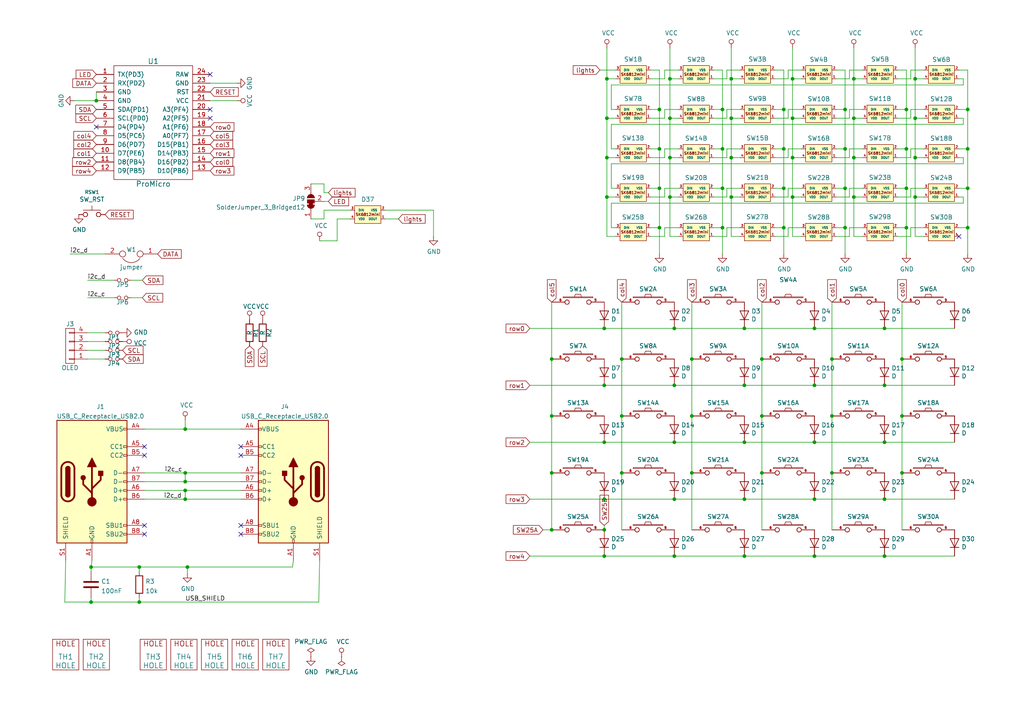
<source format=kicad_sch>
(kicad_sch (version 20211123) (generator eeschema)
  (paper "A4")
  (junction (at 280.67 31.75))
  (junction (at 247.65 57.15))
  (junction (at 236.22 144.78))
  (junction (at 229.87 22.86))
  (junction (at 227.33 43.18))
  (junction (at 280.67 66.04))
  (junction (at 241.3 120.65))
  (junction (at 209.55 43.18))
  (junction (at 280.67 54.61))
  (junction (at 212.09 34.29))
  (junction (at 256.54 95.25))
  (junction (at 256.54 161.29))
  (junction (at 40.386 164.465))
  (junction (at 194.31 34.29))
  (junction (at 191.262 54.61))
  (junction (at 175.26 161.29))
  (junction (at 176.022 45.72))
  (junction (at 261.62 104.14))
  (junction (at 53.721 144.78))
  (junction (at 236.22 128.27))
  (junction (at 40.386 174.625))
  (junction (at 27.94 29.21))
  (junction (at 227.33 54.61))
  (junction (at 175.26 153.67))
  (junction (at 241.3 104.14))
  (junction (at 53.721 124.46))
  (junction (at 175.26 144.78))
  (junction (at 247.65 34.29))
  (junction (at 194.31 22.86))
  (junction (at 265.43 57.15))
  (junction (at 215.9 128.27))
  (junction (at 160.02 153.67))
  (junction (at 227.33 31.75))
  (junction (at 195.58 128.27))
  (junction (at 175.26 128.27))
  (junction (at 191.262 43.18))
  (junction (at 229.87 45.72))
  (junction (at 280.67 43.18))
  (junction (at 200.66 137.16))
  (junction (at 245.11 54.61))
  (junction (at 176.022 34.29))
  (junction (at 175.26 111.76))
  (junction (at 195.58 95.25))
  (junction (at 194.31 45.72))
  (junction (at 209.55 31.75))
  (junction (at 191.262 31.75))
  (junction (at 53.721 142.24))
  (junction (at 265.43 22.86))
  (junction (at 261.62 120.65))
  (junction (at 160.02 137.16))
  (junction (at 194.31 57.15))
  (junction (at 191.262 66.04))
  (junction (at 54.356 164.465))
  (junction (at 53.721 137.16))
  (junction (at 180.34 120.65))
  (junction (at 262.89 54.61))
  (junction (at 215.9 144.78))
  (junction (at 176.022 57.15))
  (junction (at 26.416 174.625))
  (junction (at 256.54 128.27))
  (junction (at 265.43 34.29))
  (junction (at 215.9 111.76))
  (junction (at 220.98 120.65))
  (junction (at 195.58 144.78))
  (junction (at 176.022 22.86))
  (junction (at 265.43 45.72))
  (junction (at 241.3 137.16))
  (junction (at 236.22 95.25))
  (junction (at 236.22 161.29))
  (junction (at 227.33 66.04))
  (junction (at 26.416 164.465))
  (junction (at 245.11 43.18))
  (junction (at 247.65 45.72))
  (junction (at 195.58 111.76))
  (junction (at 53.721 139.7))
  (junction (at 180.34 104.14))
  (junction (at 229.87 57.15))
  (junction (at 229.87 34.29))
  (junction (at 160.02 120.65))
  (junction (at 180.34 137.16))
  (junction (at 212.09 57.15))
  (junction (at 262.89 43.18))
  (junction (at 245.11 31.75))
  (junction (at 262.89 66.04))
  (junction (at 200.66 104.14))
  (junction (at 215.9 95.25))
  (junction (at 200.66 120.65))
  (junction (at 209.55 66.04))
  (junction (at 209.55 54.61))
  (junction (at 245.11 66.04))
  (junction (at 220.98 104.14))
  (junction (at 215.9 161.29))
  (junction (at 220.98 137.16))
  (junction (at 256.54 144.78))
  (junction (at 175.26 95.25))
  (junction (at 212.09 22.86))
  (junction (at 256.54 111.76))
  (junction (at 247.65 22.86))
  (junction (at 212.09 45.72))
  (junction (at 262.89 31.75))
  (junction (at 160.02 104.14))
  (junction (at 261.62 137.16))
  (junction (at 236.22 111.76))
  (junction (at 195.58 161.29))
  (no_connect (at 60.96 21.59))
  (no_connect (at 41.91 154.94))
  (no_connect (at 69.85 154.94))
  (no_connect (at 60.96 31.75))
  (no_connect (at 60.96 34.29))
  (no_connect (at 41.91 152.4))
  (no_connect (at 27.94 36.83))
  (no_connect (at 69.85 132.08))
  (no_connect (at 69.85 129.54))
  (no_connect (at 41.91 129.54))
  (no_connect (at 41.91 132.08))
  (no_connect (at 278.13 68.58))
  (no_connect (at 69.85 152.4))
  (wire (pts (xy 232.41 22.86) (xy 229.87 22.86)))
  (wire (pts (xy 242.57 66.04) (xy 245.11 66.04)))
  (wire (pts (xy 60.96 24.13) (xy 68.58 24.13)))
  (wire (pts (xy 177.292 54.61) (xy 178.562 54.61)))
  (wire (pts (xy 177.292 47.498) (xy 177.292 54.61)))
  (wire (pts (xy 207.01 57.15) (xy 210.82 57.15)))
  (wire (pts (xy 180.34 104.14) (xy 180.34 120.65)))
  (wire (pts (xy 188.722 20.32) (xy 191.262 20.32)))
  (wire (pts (xy 267.97 57.15) (xy 265.43 57.15)))
  (wire (pts (xy 262.89 43.18) (xy 262.89 54.61)))
  (wire (pts (xy 279.4 57.15) (xy 279.4 58.928)))
  (wire (pts (xy 229.87 13.97) (xy 229.87 22.86)))
  (wire (pts (xy 214.63 22.86) (xy 212.09 22.86)))
  (wire (pts (xy 232.41 45.72) (xy 229.87 45.72)))
  (wire (pts (xy 246.38 57.15) (xy 246.38 54.61)))
  (wire (pts (xy 227.33 66.04) (xy 227.33 73.66)))
  (wire (pts (xy 264.16 22.86) (xy 264.16 20.32)))
  (wire (pts (xy 260.35 45.72) (xy 264.16 45.72)))
  (wire (pts (xy 20.32 73.66) (xy 30.48 73.66)))
  (wire (pts (xy 27.94 29.21) (xy 21.59 29.21)))
  (wire (pts (xy 53.721 142.24) (xy 69.85 142.24)))
  (wire (pts (xy 228.6 31.75) (xy 232.41 31.75)))
  (wire (pts (xy 19.05 162.56) (xy 18.796 174.625)))
  (wire (pts (xy 192.786 57.15) (xy 192.786 54.61)))
  (wire (pts (xy 241.3 87.63) (xy 241.3 104.14)))
  (wire (pts (xy 246.38 20.32) (xy 250.19 20.32)))
  (wire (pts (xy 38.1 81.28) (xy 41.275 81.28)))
  (wire (pts (xy 195.58 95.25) (xy 215.9 95.25)))
  (wire (pts (xy 93.98 55.88) (xy 95.25 55.88)))
  (wire (pts (xy 227.33 20.32) (xy 227.33 31.75)))
  (wire (pts (xy 256.54 95.25) (xy 236.22 95.25)))
  (wire (pts (xy 250.19 57.15) (xy 247.65 57.15)))
  (wire (pts (xy 214.63 34.29) (xy 212.09 34.29)))
  (wire (pts (xy 25.4 101.6) (xy 30.48 101.6)))
  (wire (pts (xy 228.6 66.04) (xy 232.41 66.04)))
  (wire (pts (xy 209.55 20.32) (xy 209.55 31.75)))
  (wire (pts (xy 173.99 20.32) (xy 178.562 20.32)))
  (wire (pts (xy 191.262 66.04) (xy 191.262 73.66)))
  (wire (pts (xy 41.91 124.46) (xy 53.721 124.46)))
  (wire (pts (xy 229.87 68.58) (xy 232.41 68.58)))
  (wire (pts (xy 26.416 173.355) (xy 26.416 174.625)))
  (wire (pts (xy 247.65 57.15) (xy 247.65 68.58)))
  (wire (pts (xy 93.98 63.5) (xy 93.98 60.96)))
  (wire (pts (xy 279.4 47.498) (xy 177.292 47.498)))
  (wire (pts (xy 177.292 36.068) (xy 279.4 36.068)))
  (wire (pts (xy 53.721 144.78) (xy 69.85 144.78)))
  (wire (pts (xy 241.3 104.14) (xy 241.3 120.65)))
  (wire (pts (xy 256.54 95.25) (xy 276.86 95.25)))
  (wire (pts (xy 209.55 43.18) (xy 209.55 54.61)))
  (wire (pts (xy 30.48 104.14) (xy 25.4 104.14)))
  (wire (pts (xy 280.67 31.75) (xy 280.67 43.18)))
  (wire (pts (xy 175.26 128.27) (xy 153.67 128.27)))
  (wire (pts (xy 242.57 68.58) (xy 246.38 68.58)))
  (wire (pts (xy 194.31 45.72) (xy 194.31 57.15)))
  (wire (pts (xy 236.22 144.78) (xy 256.54 144.78)))
  (wire (pts (xy 188.722 45.72) (xy 192.786 45.72)))
  (wire (pts (xy 242.57 54.61) (xy 245.11 54.61)))
  (wire (pts (xy 232.41 34.29) (xy 229.87 34.29)))
  (wire (pts (xy 279.4 36.068) (xy 279.4 34.29)))
  (wire (pts (xy 176.022 22.86) (xy 176.022 34.29)))
  (wire (pts (xy 209.55 66.04) (xy 209.55 73.66)))
  (wire (pts (xy 264.16 57.15) (xy 264.16 54.61)))
  (wire (pts (xy 224.79 57.15) (xy 228.6 57.15)))
  (wire (pts (xy 93.98 53.34) (xy 93.98 55.88)))
  (wire (pts (xy 196.85 34.29) (xy 194.31 34.29)))
  (wire (pts (xy 220.98 137.16) (xy 220.98 153.67)))
  (wire (pts (xy 207.01 22.86) (xy 210.82 22.86)))
  (wire (pts (xy 224.79 54.61) (xy 227.33 54.61)))
  (wire (pts (xy 101.6 60.96) (xy 93.98 60.96)))
  (wire (pts (xy 97.79 63.5) (xy 97.79 69.85)))
  (wire (pts (xy 224.79 68.58) (xy 228.6 68.58)))
  (wire (pts (xy 210.82 34.29) (xy 210.82 31.75)))
  (wire (pts (xy 111.76 60.96) (xy 125.73 60.96)))
  (wire (pts (xy 278.13 20.32) (xy 280.67 20.32)))
  (wire (pts (xy 192.786 45.72) (xy 192.786 43.18)))
  (wire (pts (xy 210.82 22.86) (xy 210.82 20.32)))
  (wire (pts (xy 236.22 161.29) (xy 256.54 161.29)))
  (wire (pts (xy 60.96 29.21) (xy 68.58 29.21)))
  (wire (pts (xy 245.11 43.18) (xy 245.11 54.61)))
  (wire (pts (xy 278.13 22.86) (xy 279.4 22.86)))
  (wire (pts (xy 177.292 43.18) (xy 177.292 36.068)))
  (wire (pts (xy 195.58 128.27) (xy 215.9 128.27)))
  (wire (pts (xy 41.91 142.24) (xy 53.721 142.24)))
  (wire (pts (xy 188.722 54.61) (xy 191.262 54.61)))
  (wire (pts (xy 176.022 13.97) (xy 176.022 22.86)))
  (wire (pts (xy 280.67 43.18) (xy 280.67 54.61)))
  (wire (pts (xy 224.79 20.32) (xy 227.33 20.32)))
  (wire (pts (xy 210.82 43.18) (xy 214.63 43.18)))
  (wire (pts (xy 279.4 34.29) (xy 278.13 34.29)))
  (wire (pts (xy 200.66 137.16) (xy 200.66 153.67)))
  (wire (pts (xy 41.91 139.7) (xy 53.721 139.7)))
  (wire (pts (xy 212.09 22.86) (xy 212.09 34.29)))
  (wire (pts (xy 246.38 43.18) (xy 250.19 43.18)))
  (wire (pts (xy 261.62 120.65) (xy 261.62 104.14)))
  (wire (pts (xy 228.6 45.72) (xy 228.6 43.18)))
  (wire (pts (xy 200.66 104.14) (xy 200.66 120.65)))
  (wire (pts (xy 232.41 57.15) (xy 229.87 57.15)))
  (wire (pts (xy 260.35 66.04) (xy 262.89 66.04)))
  (wire (pts (xy 245.11 54.61) (xy 245.11 66.04)))
  (wire (pts (xy 279.4 45.72) (xy 279.4 47.498)))
  (wire (pts (xy 215.9 128.27) (xy 236.22 128.27)))
  (wire (pts (xy 160.02 120.65) (xy 160.02 137.16)))
  (wire (pts (xy 262.89 31.75) (xy 262.89 43.18)))
  (wire (pts (xy 176.022 45.72) (xy 176.022 57.15)))
  (wire (pts (xy 229.87 34.29) (xy 229.87 45.72)))
  (wire (pts (xy 175.26 161.29) (xy 195.58 161.29)))
  (wire (pts (xy 209.55 54.61) (xy 209.55 66.04)))
  (wire (pts (xy 160.02 104.14) (xy 160.02 120.65)))
  (wire (pts (xy 279.4 24.638) (xy 177.292 24.638)))
  (wire (pts (xy 111.76 63.5) (xy 115.57 63.5)))
  (wire (pts (xy 176.022 57.15) (xy 178.562 57.15)))
  (wire (pts (xy 210.82 45.72) (xy 210.82 43.18)))
  (wire (pts (xy 194.31 57.15) (xy 196.85 57.15)))
  (wire (pts (xy 188.722 31.75) (xy 191.262 31.75)))
  (wire (pts (xy 228.6 57.15) (xy 228.6 54.61)))
  (wire (pts (xy 250.19 68.58) (xy 247.65 68.58)))
  (wire (pts (xy 256.54 144.78) (xy 276.86 144.78)))
  (wire (pts (xy 188.722 66.04) (xy 191.262 66.04)))
  (wire (pts (xy 210.82 66.04) (xy 214.63 66.04)))
  (wire (pts (xy 188.722 22.86) (xy 192.786 22.86)))
  (wire (pts (xy 175.26 111.76) (xy 153.67 111.76)))
  (wire (pts (xy 175.26 95.25) (xy 153.67 95.25)))
  (wire (pts (xy 245.11 31.75) (xy 245.11 43.18)))
  (wire (pts (xy 246.38 31.75) (xy 250.19 31.75)))
  (wire (pts (xy 278.13 45.72) (xy 279.4 45.72)))
  (wire (pts (xy 90.17 53.34) (xy 93.98 53.34)))
  (wire (pts (xy 40.386 164.465) (xy 40.386 165.735)))
  (wire (pts (xy 26.67 162.56) (xy 26.416 164.465)))
  (wire (pts (xy 54.356 164.465) (xy 84.836 164.465)))
  (wire (pts (xy 53.721 139.7) (xy 69.85 139.7)))
  (wire (pts (xy 210.82 54.61) (xy 214.63 54.61)))
  (wire (pts (xy 250.19 22.86) (xy 247.65 22.86)))
  (wire (pts (xy 212.09 34.29) (xy 212.09 45.72)))
  (wire (pts (xy 242.57 43.18) (xy 245.11 43.18)))
  (wire (pts (xy 40.386 174.625) (xy 40.386 173.355)))
  (wire (pts (xy 191.262 54.61) (xy 191.262 66.04)))
  (wire (pts (xy 196.85 45.72) (xy 194.31 45.72)))
  (wire (pts (xy 261.62 120.65) (xy 261.62 137.16)))
  (wire (pts (xy 207.01 34.29) (xy 210.82 34.29)))
  (wire (pts (xy 278.13 31.75) (xy 280.67 31.75)))
  (wire (pts (xy 90.17 63.5) (xy 93.98 63.5)))
  (wire (pts (xy 227.33 43.18) (xy 227.33 54.61)))
  (wire (pts (xy 267.97 22.86) (xy 265.43 22.86)))
  (wire (pts (xy 256.54 161.29) (xy 276.86 161.29)))
  (wire (pts (xy 212.09 57.15) (xy 212.09 68.58)))
  (wire (pts (xy 260.35 43.18) (xy 262.89 43.18)))
  (wire (pts (xy 265.43 68.58) (xy 267.97 68.58)))
  (wire (pts (xy 125.73 60.96) (xy 125.73 68.58)))
  (wire (pts (xy 229.87 57.15) (xy 229.87 68.58)))
  (wire (pts (xy 229.87 45.72) (xy 229.87 57.15)))
  (wire (pts (xy 280.67 54.61) (xy 280.67 66.04)))
  (wire (pts (xy 195.58 161.29) (xy 215.9 161.29)))
  (wire (pts (xy 227.33 31.75) (xy 227.33 43.18)))
  (wire (pts (xy 191.262 20.32) (xy 191.262 31.75)))
  (wire (pts (xy 192.786 20.32) (xy 196.85 20.32)))
  (wire (pts (xy 215.9 144.78) (xy 236.22 144.78)))
  (wire (pts (xy 220.98 87.63) (xy 220.98 104.14)))
  (wire (pts (xy 192.786 31.75) (xy 196.85 31.75)))
  (wire (pts (xy 220.98 120.65) (xy 220.98 137.16)))
  (wire (pts (xy 267.97 34.29) (xy 265.43 34.29)))
  (wire (pts (xy 265.43 34.29) (xy 265.43 45.72)))
  (wire (pts (xy 278.13 57.15) (xy 279.4 57.15)))
  (wire (pts (xy 278.13 66.04) (xy 280.67 66.04)))
  (wire (pts (xy 207.01 20.32) (xy 209.55 20.32)))
  (wire (pts (xy 215.9 161.29) (xy 236.22 161.29)))
  (wire (pts (xy 207.01 31.75) (xy 209.55 31.75)))
  (wire (pts (xy 177.292 58.928) (xy 279.4 58.928)))
  (wire (pts (xy 260.35 34.29) (xy 264.16 34.29)))
  (wire (pts (xy 207.01 45.72) (xy 210.82 45.72)))
  (wire (pts (xy 279.4 22.86) (xy 279.4 24.638)))
  (wire (pts (xy 178.562 34.29) (xy 176.022 34.29)))
  (wire (pts (xy 53.721 137.16) (xy 53.721 139.7)))
  (wire (pts (xy 195.58 128.27) (xy 175.26 128.27)))
  (wire (pts (xy 264.16 45.72) (xy 264.16 43.18)))
  (wire (pts (xy 224.79 34.29) (xy 228.6 34.29)))
  (wire (pts (xy 229.87 22.86) (xy 229.87 34.29)))
  (wire (pts (xy 157.48 153.67) (xy 160.02 153.67)))
  (wire (pts (xy 261.62 137.16) (xy 261.62 153.67)))
  (wire (pts (xy 260.35 20.32) (xy 262.89 20.32)))
  (wire (pts (xy 195.58 144.78) (xy 215.9 144.78)))
  (wire (pts (xy 247.65 22.86) (xy 247.65 34.29)))
  (wire (pts (xy 246.38 68.58) (xy 246.38 66.04)))
  (wire (pts (xy 53.721 137.16) (xy 69.85 137.16)))
  (wire (pts (xy 260.35 57.15) (xy 264.16 57.15)))
  (wire (pts (xy 101.6 63.5) (xy 97.79 63.5)))
  (wire (pts (xy 278.13 54.61) (xy 280.67 54.61)))
  (wire (pts (xy 192.786 66.04) (xy 196.85 66.04)))
  (wire (pts (xy 188.722 57.15) (xy 192.786 57.15)))
  (wire (pts (xy 41.91 144.78) (xy 53.721 144.78)))
  (wire (pts (xy 194.31 68.58) (xy 194.31 57.15)))
  (wire (pts (xy 245.11 66.04) (xy 245.11 73.66)))
  (wire (pts (xy 180.34 137.16) (xy 180.34 153.67)))
  (wire (pts (xy 207.01 66.04) (xy 209.55 66.04)))
  (wire (pts (xy 227.33 54.61) (xy 227.33 66.04)))
  (wire (pts (xy 196.85 68.58) (xy 194.31 68.58)))
  (wire (pts (xy 265.43 13.97) (xy 265.43 22.86)))
  (wire (pts (xy 95.25 58.42) (xy 93.98 58.42)))
  (wire (pts (xy 210.82 68.58) (xy 210.82 66.04)))
  (wire (pts (xy 215.9 95.25) (xy 236.22 95.25)))
  (wire (pts (xy 192.786 22.86) (xy 192.786 20.32)))
  (wire (pts (xy 228.6 20.32) (xy 232.41 20.32)))
  (wire (pts (xy 224.79 66.04) (xy 227.33 66.04)))
  (wire (pts (xy 280.67 66.04) (xy 280.67 73.66)))
  (wire (pts (xy 25.4 96.52) (xy 30.48 96.52)))
  (wire (pts (xy 188.722 68.58) (xy 192.786 68.58)))
  (wire (pts (xy 192.786 54.61) (xy 196.85 54.61)))
  (wire (pts (xy 38.1 86.36) (xy 41.275 86.36)))
  (wire (pts (xy 207.01 68.58) (xy 210.82 68.58)))
  (wire (pts (xy 214.63 57.15) (xy 212.09 57.15)))
  (wire (pts (xy 246.38 45.72) (xy 246.38 43.18)))
  (wire (pts (xy 241.3 137.16) (xy 241.3 120.65)))
  (wire (pts (xy 177.292 24.638) (xy 177.292 31.75)))
  (wire (pts (xy 250.19 34.29) (xy 247.65 34.29)))
  (wire (pts (xy 245.11 20.32) (xy 245.11 31.75)))
  (wire (pts (xy 188.722 34.29) (xy 192.786 34.29)))
  (wire (pts (xy 264.16 66.04) (xy 267.97 66.04)))
  (wire (pts (xy 265.43 57.15) (xy 265.43 68.58)))
  (wire (pts (xy 192.786 34.29) (xy 192.786 31.75)))
  (wire (pts (xy 26.416 164.465) (xy 26.416 165.735)))
  (wire (pts (xy 53.721 121.92) (xy 53.721 124.46)))
  (wire (pts (xy 224.79 22.86) (xy 228.6 22.86)))
  (wire (pts (xy 175.26 144.78) (xy 153.67 144.78)))
  (wire (pts (xy 265.43 22.86) (xy 265.43 34.29)))
  (wire (pts (xy 178.562 45.72) (xy 176.022 45.72)))
  (wire (pts (xy 261.62 104.14) (xy 261.62 87.63)))
  (wire (pts (xy 260.35 68.58) (xy 264.16 68.58)))
  (wire (pts (xy 177.292 58.928) (xy 177.292 66.04)))
  (wire (pts (xy 176.022 34.29) (xy 176.022 45.72)))
  (wire (pts (xy 195.58 95.25) (xy 175.26 95.25)))
  (wire (pts (xy 246.38 34.29) (xy 246.38 31.75)))
  (wire (pts (xy 212.09 68.58) (xy 214.63 68.58)))
  (wire (pts (xy 220.98 104.14) (xy 220.98 120.65)))
  (wire (pts (xy 194.31 34.29) (xy 194.31 45.72)))
  (wire (pts (xy 209.55 31.75) (xy 209.55 43.18)))
  (wire (pts (xy 264.16 43.18) (xy 267.97 43.18)))
  (wire (pts (xy 247.65 45.72) (xy 247.65 57.15)))
  (wire (pts (xy 40.386 164.465) (xy 54.356 164.465)))
  (wire (pts (xy 53.721 142.24) (xy 53.721 144.78)))
  (wire (pts (xy 224.79 31.75) (xy 227.33 31.75)))
  (wire (pts (xy 246.38 54.61) (xy 250.19 54.61)))
  (wire (pts (xy 180.34 87.63) (xy 180.34 104.14)))
  (wire (pts (xy 228.6 43.18) (xy 232.41 43.18)))
  (wire (pts (xy 256.54 111.76) (xy 276.86 111.76)))
  (wire (pts (xy 25.4 81.28) (xy 33.02 81.28)))
  (wire (pts (xy 40.386 174.625) (xy 92.456 174.625)))
  (wire (pts (xy 25.4 99.06) (xy 30.48 99.06)))
  (wire (pts (xy 26.416 164.465) (xy 40.386 164.465)))
  (wire (pts (xy 178.562 68.58) (xy 176.022 68.58)))
  (wire (pts (xy 210.82 20.32) (xy 214.63 20.32)))
  (wire (pts (xy 192.786 68.58) (xy 192.786 66.04)))
  (wire (pts (xy 246.38 22.86) (xy 246.38 20.32)))
  (wire (pts (xy 256.54 128.27) (xy 276.86 128.27)))
  (wire (pts (xy 247.65 13.97) (xy 247.65 22.86)))
  (wire (pts (xy 228.6 34.29) (xy 228.6 31.75)))
  (wire (pts (xy 260.35 22.86) (xy 264.16 22.86)))
  (wire (pts (xy 242.57 57.15) (xy 246.38 57.15)))
  (wire (pts (xy 264.16 68.58) (xy 264.16 66.04)))
  (wire (pts (xy 53.721 124.46) (xy 69.85 124.46)))
  (wire (pts (xy 236.22 128.27) (xy 256.54 128.27)))
  (wire (pts (xy 178.562 43.18) (xy 177.292 43.18)))
  (wire (pts (xy 92.71 69.85) (xy 97.79 69.85)))
  (wire (pts (xy 92.71 162.56) (xy 92.456 174.625)))
  (wire (pts (xy 242.57 45.72) (xy 246.38 45.72)))
  (wire (pts (xy 264.16 31.75) (xy 267.97 31.75)))
  (wire (pts (xy 210.82 31.75) (xy 214.63 31.75)))
  (wire (pts (xy 54.356 164.465) (xy 54.356 166.37)))
  (wire (pts (xy 264.16 54.61) (xy 267.97 54.61)))
  (wire (pts (xy 262.89 66.04) (xy 262.89 73.66)))
  (wire (pts (xy 228.6 68.58) (xy 228.6 66.04)))
  (wire (pts (xy 242.57 34.29) (xy 246.38 34.29)))
  (wire (pts (xy 207.01 54.61) (xy 209.55 54.61)))
  (wire (pts (xy 188.722 43.18) (xy 191.262 43.18)))
  (wire (pts (xy 160.02 87.63) (xy 160.02 104.14)))
  (wire (pts (xy 278.13 43.18) (xy 280.67 43.18)))
  (wire (pts (xy 27.94 26.67) (xy 27.94 29.21)))
  (wire (pts (xy 212.09 45.72) (xy 212.09 57.15)))
  (wire (pts (xy 280.67 20.32) (xy 280.67 31.75)))
  (wire (pts (xy 191.262 31.75) (xy 191.262 43.18)))
  (wire (pts (xy 228.6 22.86) (xy 228.6 20.32)))
  (wire (pts (xy 264.16 34.29) (xy 264.16 31.75)))
  (wire (pts (xy 214.63 45.72) (xy 212.09 45.72)))
  (wire (pts (xy 250.19 45.72) (xy 247.65 45.72)))
  (wire (pts (xy 180.34 120.65) (xy 180.34 137.16)))
  (wire (pts (xy 265.43 45.72) (xy 265.43 57.15)))
  (wire (pts (xy 18.796 174.625) (xy 26.416 174.625)))
  (wire (pts (xy 192.786 43.18) (xy 196.85 43.18)))
  (wire (pts (xy 177.292 31.75) (xy 178.562 31.75)))
  (wire (pts (xy 236.22 111.76) (xy 256.54 111.76)))
  (wire (pts (xy 207.01 43.18) (xy 209.55 43.18)))
  (wire (pts (xy 160.02 137.16) (xy 160.02 153.67)))
  (wire (pts (xy 246.38 66.04) (xy 250.19 66.04)))
  (wire (pts (xy 264.16 20.32) (xy 267.97 20.32)))
  (wire (pts (xy 224.79 43.18) (xy 227.33 43.18)))
  (wire (pts (xy 241.3 137.16) (xy 241.3 153.67)))
  (wire (pts (xy 200.66 120.65) (xy 200.66 137.16)))
  (wire (pts (xy 153.67 161.29) (xy 175.26 161.29)))
  (wire (pts (xy 262.89 54.61) (xy 262.89 66.04)))
  (wire (pts (xy 41.91 137.16) (xy 53.721 137.16)))
  (wire (pts (xy 242.57 22.86) (xy 246.38 22.86)))
  (wire (pts (xy 178.562 22.86) (xy 176.022 22.86)))
  (wire (pts (xy 195.58 111.76) (xy 215.9 111.76)))
  (wire (pts (xy 260.35 54.61) (xy 262.89 54.61)))
  (wire (pts (xy 228.6 54.61) (xy 232.41 54.61)))
  (wire (pts (xy 260.35 31.75) (xy 262.89 31.75)))
  (wire (pts (xy 175.26 152.4) (xy 175.26 153.67)))
  (wire (pts (xy 191.262 43.18) (xy 191.262 54.61)))
  (wire (pts (xy 200.66 87.63) (xy 200.66 104.14)))
  (wire (pts (xy 247.65 34.29) (xy 247.65 45.72)))
  (wire (pts (xy 262.89 20.32) (xy 262.89 31.75)))
  (wire (pts (xy 177.292 66.04) (xy 178.562 66.04)))
  (wire (pts (xy 212.09 13.97) (xy 212.09 22.86)))
  (wire (pts (xy 26.416 174.625) (xy 40.386 174.625)))
  (wire (pts (xy 224.79 45.72) (xy 228.6 45.72)))
  (wire (pts (xy 242.57 20.32) (xy 245.11 20.32)))
  (wire (pts (xy 242.57 31.75) (xy 245.11 31.75)))
  (wire (pts (xy 194.31 22.86) (xy 194.31 34.29)))
  (wire (pts (xy 267.97 45.72) (xy 265.43 45.72)))
  (wire (pts (xy 196.85 22.86) (xy 194.31 22.86)))
  (wire (pts (xy 215.9 111.76) (xy 236.22 111.76)))
  (wire (pts (xy 210.82 57.15) (xy 210.82 54.61)))
  (wire (pts (xy 195.58 111.76) (xy 175.26 111.76)))
  (wire (pts (xy 176.022 68.58) (xy 176.022 57.15)))
  (wire (pts (xy 25.4 86.36) (xy 33.02 86.36)))
  (wire (pts (xy 195.58 144.78) (xy 175.26 144.78)))
  (wire (pts (xy 85.09 162.56) (xy 84.836 164.465)))
  (wire (pts (xy 194.31 13.97) (xy 194.31 22.86)))
  (label "i2c_d" (at 25.4 81.28 0))
  (label "i2c_c" (at 25.4 86.36 0))
  (label "i2c_d" (at 20.32 73.66 0))
  (label "i2c_d" (at 47.498 144.78 0))
  (label "USB_SHIELD" (at 53.721 174.625 0))
  (label "i2c_c" (at 47.752 137.16 0))
  (global_label "col4" (shape input) (at 180.34 87.63 90) (property "Intersheet References" "${INTERSHEET_REFS}" (effects hide)))
  (global_label "row2" (shape input) (at 27.94 46.99 180) (property "Intersheet References" "${INTERSHEET_REFS}" (effects hide)))
  (global_label "col5" (shape input) (at 160.02 87.63 90) (property "Intersheet References" "${INTERSHEET_REFS}" (effects hide)))
  (global_label "col4" (shape input) (at 27.94 39.37 180) (property "Intersheet References" "${INTERSHEET_REFS}" (effects hide)))
  (global_label "SW25B" (shape input) (at 175.26 152.4 90) (property "Intersheet References" "${INTERSHEET_REFS}" (effects hide)))
  (global_label "col2" (shape input) (at 220.98 87.63 90) (property "Intersheet References" "${INTERSHEET_REFS}" (effects hide)))
  (global_label "row4" (shape input) (at 153.67 161.29 180) (property "Intersheet References" "${INTERSHEET_REFS}" (effects hide)))
  (global_label "col1" (shape input) (at 27.94 44.45 180) (property "Intersheet References" "${INTERSHEET_REFS}" (effects hide)))
  (global_label "col3" (shape input) (at 200.66 87.63 90) (property "Intersheet References" "${INTERSHEET_REFS}" (effects hide)))
  (global_label "SDA" (shape input) (at 72.39 100.33 270) (property "Intersheet References" "${INTERSHEET_REFS}" (effects hide)))
  (global_label "RESET" (shape input) (at 30.48 62.23 0) (property "Intersheet References" "${INTERSHEET_REFS}" (effects hide)))
  (global_label "row0" (shape input) (at 60.96 36.83 0) (property "Intersheet References" "${INTERSHEET_REFS}" (effects hide)))
  (global_label "row0" (shape input) (at 153.67 95.25 180) (property "Intersheet References" "${INTERSHEET_REFS}" (effects hide)))
  (global_label "lights" (shape input) (at 115.57 63.5 0) (property "Intersheet References" "${INTERSHEET_REFS}" (effects hide)))
  (global_label "SCL" (shape input) (at 35.56 101.6 0) (property "Intersheet References" "${INTERSHEET_REFS}" (effects hide)))
  (global_label "SCL" (shape input) (at 27.94 34.29 180) (property "Intersheet References" "${INTERSHEET_REFS}" (effects hide)))
  (global_label "col0" (shape input) (at 261.62 87.63 90) (property "Intersheet References" "${INTERSHEET_REFS}" (effects hide)))
  (global_label "lights" (shape input) (at 173.99 20.32 180) (property "Intersheet References" "${INTERSHEET_REFS}" (effects hide)))
  (global_label "row4" (shape input) (at 27.94 49.53 180) (property "Intersheet References" "${INTERSHEET_REFS}" (effects hide)))
  (global_label "SCL" (shape input) (at 76.2 100.33 270) (property "Intersheet References" "${INTERSHEET_REFS}" (effects hide)))
  (global_label "row3" (shape input) (at 60.96 49.53 0) (property "Intersheet References" "${INTERSHEET_REFS}" (effects hide)))
  (global_label "DATA" (shape input) (at 27.94 24.13 180) (property "Intersheet References" "${INTERSHEET_REFS}" (effects hide)))
  (global_label "row2" (shape input) (at 153.67 128.27 180) (property "Intersheet References" "${INTERSHEET_REFS}" (effects hide)))
  (global_label "lights" (shape input) (at 95.25 55.88 0) (property "Intersheet References" "${INTERSHEET_REFS}" (effects hide)))
  (global_label "row3" (shape input) (at 153.67 144.78 180) (property "Intersheet References" "${INTERSHEET_REFS}" (effects hide)))
  (global_label "col3" (shape input) (at 60.96 41.91 0) (property "Intersheet References" "${INTERSHEET_REFS}" (effects hide)))
  (global_label "col0" (shape input) (at 60.96 46.99 0) (property "Intersheet References" "${INTERSHEET_REFS}" (effects hide)))
  (global_label "row1" (shape input) (at 153.67 111.76 180) (property "Intersheet References" "${INTERSHEET_REFS}" (effects hide)))
  (global_label "col2" (shape input) (at 27.94 41.91 180) (property "Intersheet References" "${INTERSHEET_REFS}" (effects hide)))
  (global_label "DATA" (shape input) (at 45.72 73.66 0) (property "Intersheet References" "${INTERSHEET_REFS}" (effects hide)))
  (global_label "SCL" (shape input) (at 41.275 86.36 0) (property "Intersheet References" "${INTERSHEET_REFS}" (effects hide)))
  (global_label "RESET" (shape input) (at 60.96 26.67 0) (property "Intersheet References" "${INTERSHEET_REFS}" (effects hide)))
  (global_label "SDA" (shape input) (at 35.56 104.14 0) (property "Intersheet References" "${INTERSHEET_REFS}" (effects hide)))
  (global_label "row1" (shape input) (at 60.96 44.45 0) (property "Intersheet References" "${INTERSHEET_REFS}" (effects hide)))
  (global_label "LED" (shape input) (at 95.25 58.42 0) (property "Intersheet References" "${INTERSHEET_REFS}" (effects hide)))
  (global_label "col5" (shape input) (at 60.96 39.37 0) (property "Intersheet References" "${INTERSHEET_REFS}" (effects hide)))
  (global_label "LED" (shape input) (at 27.94 21.59 180) (property "Intersheet References" "${INTERSHEET_REFS}" (effects hide)))
  (global_label "SW25A" (shape input) (at 157.48 153.67 180) (property "Intersheet References" "${INTERSHEET_REFS}" (effects hide)))
  (global_label "SDA" (shape input) (at 41.275 81.28 0) (property "Intersheet References" "${INTERSHEET_REFS}" (effects hide)))
  (global_label "col1" (shape input) (at 241.3 87.63 90) (property "Intersheet References" "${INTERSHEET_REFS}" (effects hide)))
  (global_label "SDA" (shape input) (at 27.94 31.75 180) (property "Intersheet References" "${INTERSHEET_REFS}" (effects hide)))
  (symbol (lib_id "SofleKeyboard-rescue:ProMicro_2-Lily58-cache-Lily58_Pro-rescue") (at 44.45 35.56 0) (unit 1)
    (property "Reference" "U1" (at 44.45 17.78 0) (effects (font (size 1.524 1.524))))
    (property "Value" "ProMicro" (at 44.45 53.34 0) (effects (font (size 1.524 1.524))))
    (property "Footprint" "SofleKeyboard-footprint:ProMicro" (effects hide))
  )
  (symbol (lib_id "SofleKeyboard:SW_PUSH-MX_W_LED") (at 187.96 153.67 0) (unit 1)
    (property "Reference" "SW26" (at 187.96 149.86 0))
    (property "Value" "SW_PUSH-MX_W_LED" (effects hide))
    (property "Footprint" "SofleRGB:SK6812MINI-E_and_cherry" (effects hide))
  )
  (symbol (lib_id "SofleKeyboard:SW_PUSH-MX_W_LED") (at 167.64 87.63 0) (unit 1)
    (property "Reference" "SW1" (at 167.64 83.82 0))
    (property "Value" "SW_PUSH-MX_W_LED" (effects hide))
    (property "Footprint" "SofleRGB:SK6812MINI-E_and_cherry" (effects hide))
  )
  (symbol (lib_id "SofleKeyboard-rescue:D-Lily58-cache-Lily58_Pro-rescue") (at 175.26 91.44 90) (unit 1)
    (property "Reference" "D1" (at 177.2666 90.2716 90) (effects (justify right)))
    (property "Value" "D" (at 177.2666 92.583 90) (effects (justify right)))
    (property "Footprint" "Diode_SMD:crkbd-diode" (effects hide))
  )
  (symbol (lib_id "SofleKeyboard:SW_PUSH-MX_W_LED") (at 187.96 87.63 0) (unit 1)
    (property "Reference" "SW2" (at 187.96 83.82 0))
    (property "Value" "SW_PUSH-MX_W_LED" (effects hide))
    (property "Footprint" "SofleRGB:SK6812MINI-E_and_cherry" (effects hide))
  )
  (symbol (lib_id "SofleKeyboard-rescue:D-Lily58-cache-Lily58_Pro-rescue") (at 195.58 91.44 90) (unit 1)
    (property "Reference" "D2" (at 197.5866 90.2716 90) (effects (justify right)))
    (property "Value" "D" (at 197.5866 92.583 90) (effects (justify right)))
    (property "Footprint" "Diode_SMD:crkbd-diode" (effects hide))
  )
  (symbol (lib_id "SofleKeyboard:SW_PUSH-MX_W_LED") (at 208.28 87.63 0) (unit 1)
    (property "Reference" "SW3" (at 208.28 83.82 0))
    (property "Value" "SW_PUSH-MX_W_LED" (effects hide))
    (property "Footprint" "SofleRGB:SK6812MINI-E_and_cherry" (effects hide))
  )
  (symbol (lib_id "SofleKeyboard-rescue:D-Lily58-cache-Lily58_Pro-rescue") (at 215.9 91.44 90) (unit 1)
    (property "Reference" "D3" (at 217.9066 90.2716 90) (effects (justify right)))
    (property "Value" "D" (at 217.9066 92.583 90) (effects (justify right)))
    (property "Footprint" "Diode_SMD:crkbd-diode" (effects hide))
  )
  (symbol (lib_id "SofleKeyboard:SW_PUSH-MX_W_LED") (at 228.6 87.63 0) (unit 1)
    (property "Reference" "SW4" (at 228.6 81.153 0))
    (property "Value" "SW_PUSH-MX_W_LED" (effects hide))
    (property "Footprint" "SofleRGB:SK6812MINI-E_and_cherry" (effects hide))
  )
  (symbol (lib_id "SofleKeyboard-rescue:D-Lily58-cache-Lily58_Pro-rescue") (at 236.22 91.44 90) (unit 1)
    (property "Reference" "D4" (at 238.2266 90.2716 90) (effects (justify right)))
    (property "Value" "D" (at 238.2266 92.583 90) (effects (justify right)))
    (property "Footprint" "Diode_SMD:crkbd-diode" (effects hide))
  )
  (symbol (lib_id "SofleKeyboard:SW_PUSH-MX_W_LED") (at 248.92 87.63 0) (unit 1)
    (property "Reference" "SW5" (at 248.92 83.82 0))
    (property "Value" "SW_PUSH-MX_W_LED" (effects hide))
    (property "Footprint" "SofleRGB:SK6812MINI-E_and_cherry" (effects hide))
  )
  (symbol (lib_id "SofleKeyboard-rescue:D-Lily58-cache-Lily58_Pro-rescue") (at 256.54 91.44 90) (unit 1)
    (property "Reference" "D5" (at 258.5466 90.2716 90) (effects (justify right)))
    (property "Value" "D" (at 258.5466 92.583 90) (effects (justify right)))
    (property "Footprint" "Diode_SMD:crkbd-diode" (effects hide))
  )
  (symbol (lib_id "SofleKeyboard:SW_PUSH-MX_W_LED") (at 269.24 87.63 0) (unit 1)
    (property "Reference" "SW6" (at 269.24 83.82 0))
    (property "Value" "SW_PUSH-MX_W_LED" (effects hide))
    (property "Footprint" "SofleRGB:SK6812MINI-E_and_cherry" (effects hide))
  )
  (symbol (lib_id "SofleKeyboard-rescue:D-Lily58-cache-Lily58_Pro-rescue") (at 276.86 91.44 90) (unit 1)
    (property "Reference" "D6" (at 278.8666 90.2716 90) (effects (justify right)))
    (property "Value" "D" (at 278.8666 92.583 90) (effects (justify right)))
    (property "Footprint" "Diode_SMD:crkbd-diode" (effects hide))
  )
  (symbol (lib_id "SofleKeyboard:SW_PUSH-MX_W_LED") (at 187.96 104.14 0) (unit 1)
    (property "Reference" "SW8" (at 187.96 100.33 0))
    (property "Value" "SW_PUSH-MX_W_LED" (effects hide))
    (property "Footprint" "SofleRGB:SK6812MINI-E_and_cherry" (effects hide))
  )
  (symbol (lib_id "SofleKeyboard:SW_PUSH-MX_W_LED") (at 208.28 104.14 0) (unit 1)
    (property "Reference" "SW9" (at 208.28 100.33 0))
    (property "Value" "SW_PUSH-MX_W_LED" (effects hide))
    (property "Footprint" "SofleRGB:SK6812MINI-E_and_cherry" (effects hide))
  )
  (symbol (lib_id "SofleKeyboard:SW_PUSH-MX_W_LED") (at 228.6 104.14 0) (unit 1)
    (property "Reference" "SW10" (at 228.6 100.33 0))
    (property "Value" "SW_PUSH-MX_W_LED" (effects hide))
    (property "Footprint" "SofleRGB:SK6812MINI-E_and_cherry" (effects hide))
  )
  (symbol (lib_id "SofleKeyboard:SW_PUSH-MX_W_LED") (at 248.92 104.14 0) (unit 1)
    (property "Reference" "SW11" (at 248.92 100.33 0))
    (property "Value" "SW_PUSH-MX_W_LED" (effects hide))
    (property "Footprint" "SofleRGB:SK6812MINI-E_and_cherry" (effects hide))
  )
  (symbol (lib_id "SofleKeyboard:SW_PUSH-MX_W_LED") (at 269.24 104.14 0) (unit 1)
    (property "Reference" "SW12" (at 269.24 100.33 0))
    (property "Value" "SW_PUSH-MX_W_LED" (effects hide))
    (property "Footprint" "SofleRGB:SK6812MINI-E_and_cherry" (effects hide))
  )
  (symbol (lib_id "SofleKeyboard:SW_PUSH-MX_W_LED") (at 167.64 104.14 0) (unit 1)
    (property "Reference" "SW7" (at 167.64 100.33 0))
    (property "Value" "SW_PUSH-MX_W_LED" (effects hide))
    (property "Footprint" "SofleRGB:SK6812MINI-E_and_cherry" (effects hide))
  )
  (symbol (lib_id "SofleKeyboard-rescue:D-Lily58-cache-Lily58_Pro-rescue") (at 175.26 107.95 90) (unit 1)
    (property "Reference" "D7" (at 177.2666 106.7816 90) (effects (justify right)))
    (property "Value" "D" (at 177.2666 109.093 90) (effects (justify right)))
    (property "Footprint" "Diode_SMD:crkbd-diode" (effects hide))
  )
  (symbol (lib_id "SofleKeyboard-rescue:D-Lily58-cache-Lily58_Pro-rescue") (at 195.58 107.95 90) (unit 1)
    (property "Reference" "D8" (at 197.5866 106.7816 90) (effects (justify right)))
    (property "Value" "D" (at 197.5866 109.093 90) (effects (justify right)))
    (property "Footprint" "Diode_SMD:crkbd-diode" (effects hide))
  )
  (symbol (lib_id "SofleKeyboard-rescue:D-Lily58-cache-Lily58_Pro-rescue") (at 215.9 107.95 90) (unit 1)
    (property "Reference" "D9" (at 217.9066 106.7816 90) (effects (justify right)))
    (property "Value" "D" (at 217.9066 109.093 90) (effects (justify right)))
    (property "Footprint" "Diode_SMD:crkbd-diode" (effects hide))
  )
  (symbol (lib_id "SofleKeyboard-rescue:D-Lily58-cache-Lily58_Pro-rescue") (at 236.22 107.95 90) (unit 1)
    (property "Reference" "D10" (at 238.2266 106.7816 90) (effects (justify right)))
    (property "Value" "D" (at 238.2266 109.093 90) (effects (justify right)))
    (property "Footprint" "Diode_SMD:crkbd-diode" (effects hide))
  )
  (symbol (lib_id "SofleKeyboard-rescue:D-Lily58-cache-Lily58_Pro-rescue") (at 256.54 107.95 90) (unit 1)
    (property "Reference" "D11" (at 258.5466 106.7816 90) (effects (justify right)))
    (property "Value" "D" (at 258.5466 109.093 90) (effects (justify right)))
    (property "Footprint" "Diode_SMD:crkbd-diode" (effects hide))
  )
  (symbol (lib_id "SofleKeyboard-rescue:D-Lily58-cache-Lily58_Pro-rescue") (at 276.86 107.95 90) (unit 1)
    (property "Reference" "D12" (at 278.8666 106.7816 90) (effects (justify right)))
    (property "Value" "D" (at 278.8666 109.093 90) (effects (justify right)))
    (property "Footprint" "Diode_SMD:crkbd-diode" (effects hide))
  )
  (symbol (lib_id "SofleKeyboard:SW_PUSH-MX_W_LED") (at 167.64 120.65 0) (unit 1)
    (property "Reference" "SW13" (at 167.64 116.84 0))
    (property "Value" "SW_PUSH-MX_W_LED" (effects hide))
    (property "Footprint" "SofleRGB:SK6812MINI-E_and_cherry" (effects hide))
  )
  (symbol (lib_id "SofleKeyboard:SW_PUSH-MX_W_LED") (at 187.96 120.65 0) (unit 1)
    (property "Reference" "SW14" (at 187.96 116.84 0))
    (property "Value" "SW_PUSH-MX_W_LED" (effects hide))
    (property "Footprint" "SofleRGB:SK6812MINI-E_and_cherry" (effects hide))
  )
  (symbol (lib_id "SofleKeyboard:SW_PUSH-MX_W_LED") (at 208.28 120.65 0) (unit 1)
    (property "Reference" "SW15" (at 208.28 116.84 0))
    (property "Value" "SW_PUSH-MX_W_LED" (effects hide))
    (property "Footprint" "SofleRGB:SK6812MINI-E_and_cherry" (effects hide))
  )
  (symbol (lib_id "SofleKeyboard:SW_PUSH-MX_W_LED") (at 228.6 120.65 0) (unit 1)
    (property "Reference" "SW16" (at 228.6 116.84 0))
    (property "Value" "SW_PUSH-MX_W_LED" (effects hide))
    (property "Footprint" "SofleRGB:SK6812MINI-E_and_cherry" (effects hide))
  )
  (symbol (lib_id "SofleKeyboard:SW_PUSH-MX_W_LED") (at 248.92 120.65 0) (unit 1)
    (property "Reference" "SW17" (at 248.92 116.84 0))
    (property "Value" "SW_PUSH-MX_W_LED" (effects hide))
    (property "Footprint" "SofleRGB:SK6812MINI-E_and_cherry" (effects hide))
  )
  (symbol (lib_id "SofleKeyboard:SW_PUSH-MX_W_LED") (at 269.24 120.65 0) (unit 1)
    (property "Reference" "SW18" (at 269.24 116.84 0))
    (property "Value" "SW_PUSH-MX_W_LED" (effects hide))
    (property "Footprint" "SofleRGB:SK6812MINI-E_and_cherry" (effects hide))
  )
  (symbol (lib_id "SofleKeyboard-rescue:D-Lily58-cache-Lily58_Pro-rescue") (at 175.26 124.46 90) (unit 1)
    (property "Reference" "D13" (at 177.2666 123.2916 90) (effects (justify right)))
    (property "Value" "D" (at 177.2666 125.603 90) (effects (justify right)))
    (property "Footprint" "Diode_SMD:crkbd-diode" (effects hide))
  )
  (symbol (lib_id "SofleKeyboard-rescue:D-Lily58-cache-Lily58_Pro-rescue") (at 195.58 124.46 90) (unit 1)
    (property "Reference" "D14" (at 197.5866 123.2916 90) (effects (justify right)))
    (property "Value" "D" (at 197.5866 125.603 90) (effects (justify right)))
    (property "Footprint" "Diode_SMD:crkbd-diode" (effects hide))
  )
  (symbol (lib_id "SofleKeyboard-rescue:D-Lily58-cache-Lily58_Pro-rescue") (at 215.9 124.46 90) (unit 1)
    (property "Reference" "D15" (at 217.9066 123.2916 90) (effects (justify right)))
    (property "Value" "D" (at 217.9066 125.603 90) (effects (justify right)))
    (property "Footprint" "Diode_SMD:crkbd-diode" (effects hide))
  )
  (symbol (lib_id "SofleKeyboard-rescue:D-Lily58-cache-Lily58_Pro-rescue") (at 236.22 124.46 90) (unit 1)
    (property "Reference" "D16" (at 238.2266 123.2916 90) (effects (justify right)))
    (property "Value" "D" (at 238.2266 125.603 90) (effects (justify right)))
    (property "Footprint" "Diode_SMD:crkbd-diode" (effects hide))
  )
  (symbol (lib_id "SofleKeyboard-rescue:D-Lily58-cache-Lily58_Pro-rescue") (at 256.54 124.46 90) (unit 1)
    (property "Reference" "D17" (at 258.5466 123.2916 90) (effects (justify right)))
    (property "Value" "D" (at 258.5466 125.603 90) (effects (justify right)))
    (property "Footprint" "Diode_SMD:crkbd-diode" (effects hide))
  )
  (symbol (lib_id "SofleKeyboard-rescue:D-Lily58-cache-Lily58_Pro-rescue") (at 276.86 124.46 90) (unit 1)
    (property "Reference" "D18" (at 278.8666 123.2916 90) (effects (justify right)))
    (property "Value" "D" (at 278.8666 125.603 90) (effects (justify right)))
    (property "Footprint" "Diode_SMD:crkbd-diode" (effects hide))
  )
  (symbol (lib_id "SofleKeyboard:SW_PUSH-MX_W_LED") (at 208.28 137.16 0) (unit 1)
    (property "Reference" "SW21" (at 208.28 133.35 0))
    (property "Value" "SW_PUSH-MX_W_LED" (effects hide))
    (property "Footprint" "SofleRGB:SK6812MINI-E_and_cherry" (effects hide))
  )
  (symbol (lib_id "SofleKeyboard:SW_PUSH-MX_W_LED") (at 228.6 137.16 0) (unit 1)
    (property "Reference" "SW22" (at 228.6 133.35 0))
    (property "Value" "SW_PUSH-MX_W_LED" (effects hide))
    (property "Footprint" "SofleRGB:SK6812MINI-E_and_cherry" (effects hide))
  )
  (symbol (lib_id "SofleKeyboard:SW_PUSH-MX_W_LED") (at 248.92 137.16 0) (unit 1)
    (property "Reference" "SW23" (at 248.92 133.35 0))
    (property "Value" "SW_PUSH-MX_W_LED" (effects hide))
    (property "Footprint" "SofleRGB:SK6812MINI-E_and_cherry" (effects hide))
  )
  (symbol (lib_id "SofleKeyboard:SW_PUSH-MX_W_LED") (at 269.24 137.16 0) (unit 1)
    (property "Reference" "SW24" (at 269.24 133.35 0))
    (property "Value" "SW_PUSH-MX_W_LED" (effects hide))
    (property "Footprint" "SofleRGB:SK6812MINI-E_and_cherry" (effects hide))
  )
  (symbol (lib_id "SofleKeyboard:SW_PUSH-MX_W_LED") (at 187.96 137.16 0) (unit 1)
    (property "Reference" "SW20" (at 187.96 133.35 0))
    (property "Value" "SW_PUSH-MX_W_LED" (effects hide))
    (property "Footprint" "SofleRGB:SK6812MINI-E_and_cherry" (effects hide))
  )
  (symbol (lib_id "SofleKeyboard:SW_PUSH-MX_W_LED") (at 167.64 137.16 0) (unit 1)
    (property "Reference" "SW19" (at 167.64 133.35 0))
    (property "Value" "SW_PUSH-MX_W_LED" (effects hide))
    (property "Footprint" "SofleRGB:SK6812MINI-E_and_cherry" (effects hide))
  )
  (symbol (lib_id "SofleKeyboard-rescue:D-Lily58-cache-Lily58_Pro-rescue") (at 175.26 140.97 90) (unit 1)
    (property "Reference" "D19" (at 177.2666 139.8016 90) (effects (justify right)))
    (property "Value" "D" (at 177.2666 142.113 90) (effects (justify right)))
    (property "Footprint" "Diode_SMD:crkbd-diode" (effects hide))
  )
  (symbol (lib_id "SofleKeyboard-rescue:D-Lily58-cache-Lily58_Pro-rescue") (at 195.58 140.97 90) (unit 1)
    (property "Reference" "D20" (at 197.5866 139.8016 90) (effects (justify right)))
    (property "Value" "D" (at 197.5866 142.113 90) (effects (justify right)))
    (property "Footprint" "Diode_SMD:crkbd-diode" (effects hide))
  )
  (symbol (lib_id "SofleKeyboard-rescue:D-Lily58-cache-Lily58_Pro-rescue") (at 215.9 140.97 90) (unit 1)
    (property "Reference" "D21" (at 217.9066 139.8016 90) (effects (justify right)))
    (property "Value" "D" (at 217.9066 142.113 90) (effects (justify right)))
    (property "Footprint" "Diode_SMD:crkbd-diode" (effects hide))
  )
  (symbol (lib_id "SofleKeyboard-rescue:D-Lily58-cache-Lily58_Pro-rescue") (at 236.22 140.97 90) (unit 1)
    (property "Reference" "D22" (at 238.2266 139.8016 90) (effects (justify right)))
    (property "Value" "D" (at 238.2266 142.113 90) (effects (justify right)))
    (property "Footprint" "Diode_SMD:crkbd-diode" (effects hide))
  )
  (symbol (lib_id "SofleKeyboard-rescue:D-Lily58-cache-Lily58_Pro-rescue") (at 256.54 140.97 90) (unit 1)
    (property "Reference" "D23" (at 258.5466 139.8016 90) (effects (justify right)))
    (property "Value" "D" (at 258.5466 142.113 90) (effects (justify right)))
    (property "Footprint" "Diode_SMD:crkbd-diode" (effects hide))
  )
  (symbol (lib_id "SofleKeyboard-rescue:D-Lily58-cache-Lily58_Pro-rescue") (at 276.86 140.97 90) (unit 1)
    (property "Reference" "D24" (at 278.8666 139.8016 90) (effects (justify right)))
    (property "Value" "D" (at 278.8666 142.113 90) (effects (justify right)))
    (property "Footprint" "Diode_SMD:crkbd-diode" (effects hide))
  )
  (symbol (lib_id "SofleKeyboard:SW_PUSH-MX_W_LED") (at 208.28 153.67 0) (unit 1)
    (property "Reference" "SW27" (at 208.28 149.86 0))
    (property "Value" "SW_PUSH-MX_W_LED" (effects hide))
    (property "Footprint" "SofleRGB:SK6812MINI-E_and_cherry" (effects hide))
  )
  (symbol (lib_id "SofleKeyboard:SW_PUSH-MX_W_LED") (at 228.6 153.67 0) (unit 1)
    (property "Reference" "SW28" (at 228.6 149.86 0))
    (property "Value" "SW_PUSH-MX_W_LED" (effects hide))
    (property "Footprint" "SofleRGB:SK6812MINI-E_and_cherry" (effects hide))
  )
  (symbol (lib_id "SofleKeyboard:SW_PUSH-MX_W_LED") (at 248.92 153.67 0) (unit 1)
    (property "Reference" "SW29" (at 248.92 149.86 0))
    (property "Value" "SW_PUSH-MX_W_LED" (effects hide))
    (property "Footprint" "SofleRGB:SK6812MINI-E_and_cherry" (effects hide))
  )
  (symbol (lib_id "SofleKeyboard-rescue:D-Lily58-cache-Lily58_Pro-rescue") (at 175.26 157.48 90) (unit 1)
    (property "Reference" "D25" (at 177.2666 156.3116 90) (effects (justify right)))
    (property "Value" "D" (at 177.2666 158.623 90) (effects (justify right)))
    (property "Footprint" "Diode_SMD:crkbd-diode" (effects hide))
  )
  (symbol (lib_id "SofleKeyboard-rescue:D-Lily58-cache-Lily58_Pro-rescue") (at 195.58 157.48 90) (unit 1)
    (property "Reference" "D26" (at 197.5866 156.3116 90) (effects (justify right)))
    (property "Value" "D" (at 197.5866 158.623 90) (effects (justify right)))
    (property "Footprint" "Diode_SMD:crkbd-diode" (effects hide))
  )
  (symbol (lib_id "SofleKeyboard-rescue:D-Lily58-cache-Lily58_Pro-rescue") (at 215.9 157.48 90) (unit 1)
    (property "Reference" "D27" (at 217.9066 156.3116 90) (effects (justify right)))
    (property "Value" "D" (at 217.9066 158.623 90) (effects (justify right)))
    (property "Footprint" "Diode_SMD:crkbd-diode" (effects hide))
  )
  (symbol (lib_id "SofleKeyboard-rescue:D-Lily58-cache-Lily58_Pro-rescue") (at 236.22 157.48 90) (unit 1)
    (property "Reference" "D28" (at 238.2266 156.3116 90) (effects (justify right)))
    (property "Value" "D" (at 238.2266 158.623 90) (effects (justify right)))
    (property "Footprint" "Diode_SMD:crkbd-diode" (effects hide))
  )
  (symbol (lib_id "SofleKeyboard-rescue:D-Lily58-cache-Lily58_Pro-rescue") (at 256.54 157.48 90) (unit 1)
    (property "Reference" "D29" (at 258.5466 156.3116 90) (effects (justify right)))
    (property "Value" "D" (at 258.5466 158.623 90) (effects (justify right)))
    (property "Footprint" "Diode_SMD:crkbd-diode" (effects hide))
  )
  (symbol (lib_id "SofleKeyboard-rescue:VCC-Lily58-cache-Lily58_Pro-rescue") (at 68.58 29.21 270) (unit 1)
    (property "Reference" "#PWR04" (effects hide))
    (property "Value" "VCC" (at 72.39 29.21 0))
  )
  (symbol (lib_id "SofleKeyboard-rescue:VCC-Lily58-cache-Lily58_Pro-rescue") (at 72.39 92.71 0) (unit 1)
    (property "Reference" "#PWR05" (effects hide))
    (property "Value" "VCC" (at 72.39 88.9 0))
  )
  (symbol (lib_id "SofleKeyboard-rescue:VCC-Lily58-cache-Lily58_Pro-rescue") (at 76.2 92.71 0) (unit 1)
    (property "Reference" "#PWR06" (effects hide))
    (property "Value" "VCC" (at 76.2 88.9 0))
  )
  (symbol (lib_id "SofleKeyboard-rescue:R-Lily58-cache-Lily58_Pro-rescue") (at 72.39 96.52 0) (unit 1)
    (property "Reference" "R1" (at 74.93 96.52 90) (effects (justify bottom)))
    (property "Value" "R" (at 72.39 96.52 90))
    (property "Footprint" "Resistor_SMD:R_0603_1608Metric" (effects hide))
  )
  (symbol (lib_id "SofleKeyboard-rescue:R-Lily58-cache-Lily58_Pro-rescue") (at 76.2 96.52 0) (unit 1)
    (property "Reference" "R2" (at 78.74 96.52 90) (effects (justify bottom)))
    (property "Value" "R" (at 76.2 96.52 90))
    (property "Footprint" "Resistor_SMD:R_0603_1608Metric" (effects hide))
  )
  (symbol (lib_id "SofleKeyboard-rescue:GND-Lily58-cache-Lily58_Pro-rescue") (at 22.86 62.23 0) (unit 1)
    (property "Reference" "#PWR010" (effects hide))
    (property "Value" "GND" (at 22.987 66.6242 0))
  )
  (symbol (lib_id "SofleKeyboard-rescue:PWR_FLAG-Lily58-cache-Lily58_Pro-rescue") (at 90.17 190.5 0) (unit 1)
    (property "Reference" "#FLG01" (effects hide))
    (property "Value" "PWR_FLAG" (at 90.17 186.0804 0))
  )
  (symbol (lib_id "SofleKeyboard-rescue:GND-Lily58-cache-Lily58_Pro-rescue") (at 90.17 190.5 0) (unit 1)
    (property "Reference" "#PWR012" (effects hide))
    (property "Value" "GND" (at 90.297 194.8942 0))
  )
  (symbol (lib_id "SofleKeyboard-rescue:VCC-Lily58-cache-Lily58_Pro-rescue") (at 99.06 190.5 0) (unit 1)
    (property "Reference" "#PWR013" (effects hide))
    (property "Value" "VCC" (at 99.4918 186.1058 0))
  )
  (symbol (lib_id "SofleKeyboard-rescue:PWR_FLAG-Lily58-cache-Lily58_Pro-rescue") (at 99.06 190.5 180) (unit 1)
    (property "Reference" "#FLG02" (effects hide))
    (property "Value" "PWR_FLAG" (at 99.06 194.8942 0))
  )
  (symbol (lib_id "SofleKeyboard-rescue:HOLE-Lily58-cache-Lily58_Pro-rescue") (at 19.05 190.5 0) (unit 1)
    (property "Reference" "TH1" (at 19.05 190.5 0) (effects (font (size 1.524 1.524))))
    (property "Value" "HOLE" (at 19.05 193.04 0) (effects (font (size 1.524 1.524))))
    (property "Footprint" "SofleKeyboard-footprint:M2_HOLE_PCB" (effects hide))
  )
  (symbol (lib_id "SofleKeyboard-rescue:HOLE-Lily58-cache-Lily58_Pro-rescue") (at 27.94 190.5 0) (unit 1)
    (property "Reference" "TH2" (at 27.94 190.5 0) (effects (font (size 1.524 1.524))))
    (property "Value" "HOLE" (at 27.94 193.04 0) (effects (font (size 1.524 1.524))))
    (property "Footprint" "SofleKeyboard-footprint:M2_HOLE_PCB" (effects hide))
  )
  (symbol (lib_id "SofleKeyboard-rescue:HOLE-Lily58-cache-Lily58_Pro-rescue") (at 53.34 190.5 0) (unit 1)
    (property "Reference" "TH4" (at 53.34 190.5 0) (effects (font (size 1.524 1.524))))
    (property "Value" "HOLE" (at 53.34 193.04 0) (effects (font (size 1.524 1.524))))
    (property "Footprint" "SofleKeyboard-footprint:HOLE_M2_TH" (effects hide))
  )
  (symbol (lib_id "SofleKeyboard-rescue:HOLE-Lily58-cache-Lily58_Pro-rescue") (at 62.23 190.5 0) (unit 1)
    (property "Reference" "TH5" (at 62.23 190.5 0) (effects (font (size 1.524 1.524))))
    (property "Value" "HOLE" (at 62.23 193.04 0) (effects (font (size 1.524 1.524))))
    (property "Footprint" "SofleKeyboard-footprint:HOLE_M2_TH" (effects hide))
  )
  (symbol (lib_id "SofleKeyboard-rescue:HOLE-Lily58-cache-Lily58_Pro-rescue") (at 71.12 190.5 0) (unit 1)
    (property "Reference" "TH6" (at 71.12 190.5 0) (effects (font (size 1.524 1.524))))
    (property "Value" "HOLE" (at 71.12 193.04 0) (effects (font (size 1.524 1.524))))
    (property "Footprint" "SofleKeyboard-footprint:HOLE_M2_TH" (effects hide))
  )
  (symbol (lib_id "SofleKeyboard-rescue:HOLE-Lily58-cache-Lily58_Pro-rescue") (at 80.01 190.5 0) (unit 1)
    (property "Reference" "TH7" (at 80.01 190.5 0) (effects (font (size 1.524 1.524))))
    (property "Value" "HOLE" (at 80.01 193.04 0) (effects (font (size 1.524 1.524))))
    (property "Footprint" "SofleKeyboard-footprint:HOLE_M2_TH" (effects hide))
  )
  (symbol (lib_id "SofleKeyboard-rescue:HOLE-Lily58-cache-Lily58_Pro-rescue") (at 44.45 190.5 0) (unit 1)
    (property "Reference" "TH3" (at 44.45 190.5 0) (effects (font (size 1.524 1.524))))
    (property "Value" "HOLE" (at 44.45 193.04 0) (effects (font (size 1.524 1.524))))
    (property "Footprint" "SofleKeyboard-footprint:HOLE_M2_TH" (effects hide))
  )
  (symbol (lib_id "SofleKeyboard-rescue:GND-Lily58-cache-Lily58_Pro-rescue") (at 68.58 24.13 90) (unit 1)
    (property "Reference" "#PWR0101" (effects hide))
    (property "Value" "GND" (at 72.39 24.13 0))
  )
  (symbol (lib_id "SofleKeyboard-rescue:GND-Lily58-cache-Lily58_Pro-rescue") (at 21.59 29.21 270) (unit 1)
    (property "Reference" "#PWR0102" (effects hide))
    (property "Value" "GND" (at 17.78 29.21 0))
  )
  (symbol (lib_id "SofleKeyboard-rescue:SW_RST-Lily58-cache-Lily58_Pro-rescue") (at 26.67 62.23 0) (unit 1)
    (property "Reference" "RSW1" (at 26.67 55.7276 0) (effects (font (size 1.016 1.016))))
    (property "Value" "SW_RST" (at 26.67 57.8358 0))
    (property "Footprint" "SofleKeyboard-footprint:TACT_SWITCH_TVBP06" (effects hide))
  )
  (symbol (lib_id "SofleKeyboard-rescue:Jumper-Device") (at 38.1 73.66 180) (unit 1)
    (property "Reference" "W1" (at 38.1 72.39 0))
    (property "Value" "jumper" (at 38.1 77.47 0))
    (property "Footprint" "SofleRGB:jumper_data" (effects hide))
  )
  (symbol (lib_id "SofleKeyboard-rescue:OLED-Lily58-cache-Lily58_Pro-rescue") (at 20.32 100.33 180) (unit 1)
    (property "Reference" "J3" (at 20.32 93.98 0))
    (property "Value" "OLED" (at 20.32 106.68 0))
    (property "Footprint" "SofleKeyboard-footprint:OLED_4Pin" (effects hide))
  )
  (symbol (lib_id "SofleKeyboard-rescue:Jumper_NO_Small-Device") (at 33.02 96.52 0) (unit 1)
    (property "Reference" "JP1" (at 33.02 97.79 0))
    (property "Value" "Jumper_NO_Small" (effects hide))
    (property "Footprint" "SofleRGB:Jumper" (effects hide))
  )
  (symbol (lib_id "SofleKeyboard-rescue:Jumper_NO_Small-Device") (at 33.02 99.06 0) (unit 1)
    (property "Reference" "JP2" (at 33.02 100.33 0))
    (property "Value" "Jumper_NO_Small" (effects hide))
    (property "Footprint" "SofleRGB:Jumper" (effects hide))
  )
  (symbol (lib_id "SofleKeyboard-rescue:Jumper_NO_Small-Device") (at 33.02 101.6 0) (unit 1)
    (property "Reference" "JP3" (at 33.02 102.87 0))
    (property "Value" "Jumper_NO_Small" (effects hide))
    (property "Footprint" "SofleRGB:Jumper" (effects hide))
  )
  (symbol (lib_id "SofleKeyboard-rescue:Jumper_NO_Small-Device") (at 33.02 104.14 0) (unit 1)
    (property "Reference" "JP4" (at 33.02 105.41 0))
    (property "Value" "Jumper_NO_Small" (effects hide))
    (property "Footprint" "SofleRGB:Jumper" (effects hide))
  )
  (symbol (lib_id "SofleKeyboard-rescue:GND-power") (at 35.56 96.52 90) (unit 1)
    (property "Reference" "#PWR03" (effects hide))
    (property "Value" "GND" (at 38.8112 96.393 90) (effects (justify right)))
  )
  (symbol (lib_id "SofleKeyboard-rescue:VCC-power") (at 35.56 99.06 270) (unit 1)
    (property "Reference" "#PWR09" (effects hide))
    (property "Value" "VCC" (at 38.8112 99.4918 90) (effects (justify left)))
  )
  (symbol (lib_id "SofleKeyboard:SW_PUSH-MX_W_LED") (at 269.24 153.67 0) (unit 1)
    (property "Reference" "SW30" (at 269.24 149.86 0))
    (property "Value" "SW_PUSH-MX_W_LED" (effects hide))
    (property "Footprint" "SofleRGB:SK6812MINI-E_and_cherry" (effects hide))
  )
  (symbol (lib_id "SofleKeyboard-rescue:D-Lily58-cache-Lily58_Pro-rescue") (at 276.86 157.48 90) (unit 1)
    (property "Reference" "D30" (at 278.8666 156.3116 90) (effects (justify right)))
    (property "Value" "D" (at 278.8666 158.623 90) (effects (justify right)))
    (property "Footprint" "Diode_SMD:crkbd-diode" (effects hide))
  )
  (symbol (lib_id "SofleKeyboard:SW_PUSH-MX_W_LED") (at 183.642 21.59 180) (unit 2)
    (property "Reference" "SW1" (at 183.642 17.1958 0))
    (property "Value" "SW_PUSH-MX_W_LED" (effects hide))
    (property "Footprint" "SofleRGB:SK6812MINI-E_and_cherry" (effects hide))
  )
  (symbol (lib_id "SofleKeyboard:SW_PUSH-MX_W_LED") (at 201.93 21.59 180) (unit 2)
    (property "Reference" "SW2" (at 201.93 17.272 0))
    (property "Value" "SW_PUSH-MX_W_LED" (effects hide))
    (property "Footprint" "SofleRGB:SK6812MINI-E_and_cherry" (effects hide))
  )
  (symbol (lib_id "SofleKeyboard:SW_PUSH-MX_W_LED") (at 219.71 21.59 180) (unit 2)
    (property "Reference" "SW3" (at 219.71 17.1958 0))
    (property "Value" "SW_PUSH-MX_W_LED" (effects hide))
    (property "Footprint" "SofleRGB:SK6812MINI-E_and_cherry" (effects hide))
  )
  (symbol (lib_id "SofleKeyboard:SW_PUSH-MX_W_LED") (at 237.49 21.59 180) (unit 2)
    (property "Reference" "SW4" (at 237.49 17.272 0))
    (property "Value" "SW_PUSH-MX_W_LED" (effects hide))
    (property "Footprint" "SofleRGB:SK6812MINI-E_and_cherry" (effects hide))
  )
  (symbol (lib_id "SofleKeyboard:SW_PUSH-MX_W_LED") (at 255.27 21.59 180) (unit 2)
    (property "Reference" "SW5" (at 255.27 17.1958 0))
    (property "Value" "SW_PUSH-MX_W_LED" (effects hide))
    (property "Footprint" "SofleRGB:SK6812MINI-E_and_cherry" (effects hide))
  )
  (symbol (lib_id "SofleKeyboard:SW_PUSH-MX_W_LED") (at 273.05 21.59 180) (unit 2)
    (property "Reference" "SW6" (at 273.05 17.272 0))
    (property "Value" "SW_PUSH-MX_W_LED" (effects hide))
    (property "Footprint" "SofleRGB:SK6812MINI-E_and_cherry" (effects hide))
  )
  (symbol (lib_id "SofleKeyboard:SW_PUSH-MX_W_LED") (at 183.642 33.02 180) (unit 2)
    (property "Reference" "SW7" (at 183.642 28.6258 0))
    (property "Value" "SW_PUSH-MX_W_LED" (effects hide))
    (property "Footprint" "SofleRGB:SK6812MINI-E_and_cherry" (effects hide))
  )
  (symbol (lib_id "SofleKeyboard:SW_PUSH-MX_W_LED") (at 201.93 33.02 180) (unit 2)
    (property "Reference" "SW8" (at 201.93 28.702 0))
    (property "Value" "SW_PUSH-MX_W_LED" (effects hide))
    (property "Footprint" "SofleRGB:SK6812MINI-E_and_cherry" (effects hide))
  )
  (symbol (lib_id "SofleKeyboard:SW_PUSH-MX_W_LED") (at 219.71 33.02 180) (unit 2)
    (property "Reference" "SW9" (at 219.71 28.6258 0))
    (property "Value" "SW_PUSH-MX_W_LED" (effects hide))
    (property "Footprint" "SofleRGB:SK6812MINI-E_and_cherry" (effects hide))
  )
  (symbol (lib_id "SofleKeyboard:SW_PUSH-MX_W_LED") (at 237.49 33.02 180) (unit 2)
    (property "Reference" "SW10" (at 237.49 28.702 0))
    (property "Value" "SW_PUSH-MX_W_LED" (effects hide))
    (property "Footprint" "SofleRGB:SK6812MINI-E_and_cherry" (effects hide))
  )
  (symbol (lib_id "SofleKeyboard:SW_PUSH-MX_W_LED") (at 255.27 33.02 180) (unit 2)
    (property "Reference" "SW11" (at 255.27 28.6258 0))
    (property "Value" "SW_PUSH-MX_W_LED" (effects hide))
    (property "Footprint" "SofleRGB:SK6812MINI-E_and_cherry" (effects hide))
  )
  (symbol (lib_id "SofleKeyboard:SW_PUSH-MX_W_LED") (at 273.05 33.02 180) (unit 2)
    (property "Reference" "SW12" (at 273.05 28.702 0))
    (property "Value" "SW_PUSH-MX_W_LED" (effects hide))
    (property "Footprint" "SofleRGB:SK6812MINI-E_and_cherry" (effects hide))
  )
  (symbol (lib_id "SofleKeyboard:SW_PUSH-MX_W_LED") (at 273.05 55.88 180) (unit 2)
    (property "Reference" "SW24" (at 273.05 51.562 0))
    (property "Value" "SW_PUSH-MX_W_LED" (effects hide))
    (property "Footprint" "SofleRGB:SK6812MINI-E_and_cherry" (effects hide))
  )
  (symbol (lib_id "SofleKeyboard:SW_PUSH-MX_W_LED") (at 255.27 55.88 180) (unit 2)
    (property "Reference" "SW23" (at 255.27 51.4858 0))
    (property "Value" "SW_PUSH-MX_W_LED" (effects hide))
    (property "Footprint" "SofleRGB:SK6812MINI-E_and_cherry" (effects hide))
  )
  (symbol (lib_id "SofleKeyboard:SW_PUSH-MX_W_LED") (at 237.49 55.88 180) (unit 2)
    (property "Reference" "SW22" (at 237.49 51.562 0))
    (property "Value" "SW_PUSH-MX_W_LED" (effects hide))
    (property "Footprint" "SofleRGB:SK6812MINI-E_and_cherry" (effects hide))
  )
  (symbol (lib_id "SofleKeyboard:SW_PUSH-MX_W_LED") (at 219.71 55.88 180) (unit 2)
    (property "Reference" "SW21" (at 219.71 51.4858 0))
    (property "Value" "SW_PUSH-MX_W_LED" (effects hide))
    (property "Footprint" "SofleRGB:SK6812MINI-E_and_cherry" (effects hide))
  )
  (symbol (lib_id "SofleKeyboard:SW_PUSH-MX_W_LED") (at 201.93 55.88 180) (unit 2)
    (property "Reference" "SW20" (at 201.93 51.562 0))
    (property "Value" "SW_PUSH-MX_W_LED" (effects hide))
    (property "Footprint" "SofleRGB:SK6812MINI-E_and_cherry" (effects hide))
  )
  (symbol (lib_id "SofleKeyboard:SW_PUSH-MX_W_LED") (at 183.642 55.88 180) (unit 2)
    (property "Reference" "SW19" (at 183.642 51.4858 0))
    (property "Value" "SW_PUSH-MX_W_LED" (effects hide))
    (property "Footprint" "SofleRGB:SK6812MINI-E_and_cherry" (effects hide))
  )
  (symbol (lib_id "SofleKeyboard:SW_PUSH-MX_W_LED") (at 273.05 44.45 180) (unit 2)
    (property "Reference" "SW18" (at 273.05 40.132 0))
    (property "Value" "SW_PUSH-MX_W_LED" (effects hide))
    (property "Footprint" "SofleRGB:SK6812MINI-E_and_cherry" (effects hide))
  )
  (symbol (lib_id "SofleKeyboard:SW_PUSH-MX_W_LED") (at 255.27 44.45 180) (unit 2)
    (property "Reference" "SW17" (at 255.27 40.0558 0))
    (property "Value" "SW_PUSH-MX_W_LED" (effects hide))
    (property "Footprint" "SofleRGB:SK6812MINI-E_and_cherry" (effects hide))
  )
  (symbol (lib_id "SofleKeyboard:SW_PUSH-MX_W_LED") (at 237.49 44.45 180) (unit 2)
    (property "Reference" "SW16" (at 237.49 40.132 0))
    (property "Value" "SW_PUSH-MX_W_LED" (effects hide))
    (property "Footprint" "SofleRGB:SK6812MINI-E_and_cherry" (effects hide))
  )
  (symbol (lib_id "SofleKeyboard:SW_PUSH-MX_W_LED") (at 219.71 44.45 180) (unit 2)
    (property "Reference" "SW15" (at 219.71 40.0558 0))
    (property "Value" "SW_PUSH-MX_W_LED" (effects hide))
    (property "Footprint" "SofleRGB:SK6812MINI-E_and_cherry" (effects hide))
  )
  (symbol (lib_id "SofleKeyboard:SW_PUSH-MX_W_LED") (at 201.93 44.45 180) (unit 2)
    (property "Reference" "SW14" (at 201.93 40.132 0))
    (property "Value" "SW_PUSH-MX_W_LED" (effects hide))
    (property "Footprint" "SofleRGB:SK6812MINI-E_and_cherry" (effects hide))
  )
  (symbol (lib_id "SofleKeyboard:SW_PUSH-MX_W_LED") (at 183.642 44.45 180) (unit 2)
    (property "Reference" "SW13" (at 183.642 40.0558 0))
    (property "Value" "SW_PUSH-MX_W_LED" (effects hide))
    (property "Footprint" "SofleRGB:SK6812MINI-E_and_cherry" (effects hide))
  )
  (symbol (lib_id "SofleKeyboard:SW_PUSH-MX_W_LED") (at 255.27 67.31 180) (unit 2)
    (property "Reference" "SW29" (at 255.27 62.9158 0))
    (property "Value" "SW_PUSH-MX_W_LED" (effects hide))
    (property "Footprint" "SofleRGB:SK6812MINI-E_and_cherry" (effects hide))
  )
  (symbol (lib_id "SofleKeyboard:SW_PUSH-MX_W_LED") (at 237.49 67.31 180) (unit 2)
    (property "Reference" "SW28" (at 237.49 62.992 0))
    (property "Value" "SW_PUSH-MX_W_LED" (effects hide))
    (property "Footprint" "SofleRGB:SK6812MINI-E_and_cherry" (effects hide))
  )
  (symbol (lib_id "SofleKeyboard:SW_PUSH-MX_W_LED") (at 219.71 67.31 180) (unit 2)
    (property "Reference" "SW27" (at 219.71 62.9158 0))
    (property "Value" "SW_PUSH-MX_W_LED" (effects hide))
    (property "Footprint" "SofleRGB:SK6812MINI-E_and_cherry" (effects hide))
  )
  (symbol (lib_id "SofleKeyboard:SW_PUSH-MX_W_LED") (at 201.93 67.31 180) (unit 2)
    (property "Reference" "SW26" (at 201.93 62.992 0))
    (property "Value" "SW_PUSH-MX_W_LED" (effects hide))
    (property "Footprint" "SofleRGB:SK6812MINI-E_and_cherry" (effects hide))
  )
  (symbol (lib_id "SofleKeyboard:SW_PUSH-MX_W_LED") (at 273.05 67.31 180) (unit 2)
    (property "Reference" "SW30" (at 273.05 62.992 0))
    (property "Value" "SW_PUSH-MX_W_LED" (effects hide))
    (property "Footprint" "SofleRGB:SK6812MINI-E_and_cherry" (effects hide))
  )
  (symbol (lib_id "SofleKeyboard:LED_sk2812_SM") (at 106.68 62.23 180) (unit 1)
    (property "Reference" "D37" (at 106.68 57.8358 0))
    (property "Value" "LED_sk2812_SM" (effects hide))
    (property "Footprint" "LED_SMD:SK6812MINI_underglow_dev" (effects hide))
  )
  (symbol (lib_id "SofleKeyboard-rescue:VCC-Lily58-cache-Lily58_Pro-rescue") (at 92.71 69.85 0) (unit 1)
    (property "Reference" "#PWR022" (effects hide))
    (property "Value" "VCC" (at 93.1418 65.4558 0))
  )
  (symbol (lib_id "SofleKeyboard-rescue:GND-Lily58-cache-Lily58_Pro-rescue") (at 125.73 68.58 0) (unit 1)
    (property "Reference" "#PWR023" (effects hide))
    (property "Value" "GND" (at 125.857 72.9742 0))
  )
  (symbol (lib_id "SofleKeyboard-rescue:VCC-Lily58-cache-Lily58_Pro-rescue") (at 247.65 13.97 0) (unit 1)
    (property "Reference" "#PWR017" (effects hide))
    (property "Value" "VCC" (at 248.0818 9.5758 0))
  )
  (symbol (lib_id "SofleKeyboard-rescue:VCC-Lily58-cache-Lily58_Pro-rescue") (at 212.09 13.97 0) (unit 1)
    (property "Reference" "#PWR016" (effects hide))
    (property "Value" "VCC" (at 212.5218 9.5758 0))
  )
  (symbol (lib_id "SofleKeyboard-rescue:VCC-Lily58-cache-Lily58_Pro-rescue") (at 176.022 13.97 0) (unit 1)
    (property "Reference" "#PWR015" (effects hide))
    (property "Value" "VCC" (at 176.4538 9.5758 0))
  )
  (symbol (lib_id "SofleKeyboard-rescue:GND-Lily58-cache-Lily58_Pro-rescue") (at 262.89 73.66 0) (unit 1)
    (property "Reference" "#PWR026" (effects hide))
    (property "Value" "GND" (at 263.017 78.0542 0))
  )
  (symbol (lib_id "SofleKeyboard-rescue:GND-Lily58-cache-Lily58_Pro-rescue") (at 227.33 73.66 0) (unit 1)
    (property "Reference" "#PWR025" (effects hide))
    (property "Value" "GND" (at 227.457 78.0542 0))
  )
  (symbol (lib_id "SofleKeyboard-rescue:GND-Lily58-cache-Lily58_Pro-rescue") (at 191.262 73.66 0) (unit 1)
    (property "Reference" "#PWR024" (effects hide))
    (property "Value" "GND" (at 191.389 78.0542 0))
  )
  (symbol (lib_id "SofleKeyboard-rescue:GND-Lily58-cache-Lily58_Pro-rescue") (at 280.67 73.66 0) (unit 1)
    (property "Reference" "#PWR0108" (effects hide))
    (property "Value" "GND" (at 280.797 78.0542 0))
  )
  (symbol (lib_id "SofleKeyboard-rescue:GND-Lily58-cache-Lily58_Pro-rescue") (at 209.55 73.66 0) (unit 1)
    (property "Reference" "#PWR0105" (effects hide))
    (property "Value" "GND" (at 209.677 78.0542 0))
  )
  (symbol (lib_id "SofleKeyboard-rescue:VCC-Lily58-cache-Lily58_Pro-rescue") (at 229.87 13.97 0) (unit 1)
    (property "Reference" "#PWR0106" (effects hide))
    (property "Value" "VCC" (at 230.3018 9.5758 0))
  )
  (symbol (lib_id "SofleKeyboard-rescue:VCC-Lily58-cache-Lily58_Pro-rescue") (at 194.31 13.97 0) (unit 1)
    (property "Reference" "#PWR0104" (effects hide))
    (property "Value" "VCC" (at 194.7418 9.5758 0))
  )
  (symbol (lib_id "Connector:USB_C_Receptacle_USB2.0") (at 26.67 139.7 0) (unit 1)
    (property "Reference" "J1" (at 29.1465 117.9534 0))
    (property "Value" "USB_C_Receptacle_USB2.0" (at 29.1465 120.7285 0))
    (property "Footprint" "Connector_USB:USB_C_Receptacle_JAE_DX07S016JA1R1500" (effects hide))
    (property "Datasheet" "https://www.usb.org/sites/default/files/documents/usb_type-c.zip" (effects hide))
  )
  (symbol (lib_id "SofleKeyboard-rescue:VCC-Lily58-cache-Lily58_Pro-rescue") (at 265.43 13.97 0) (unit 1)
    (property "Reference" "#PWR0109" (effects hide))
    (property "Value" "VCC" (at 265.8618 9.5758 0))
  )
  (symbol (lib_id "Device:C") (at 26.416 169.545 0) (unit 1)
    (property "Reference" "C1" (at 29.3371 168.6365 0) (effects (justify left)))
    (property "Value" "100nF" (at 29.3371 171.4116 0) (effects (justify left)))
    (property "Footprint" "Capacitor_SMD:C_0603_1608Metric" (effects hide))
    (property "Mounted" "no" (effects hide))
  )
  (symbol (lib_id "Device:R") (at 40.386 169.545 0) (unit 1)
    (property "Reference" "R3" (at 42.1641 168.6365 0) (effects (justify left)))
    (property "Value" "10k" (at 42.1641 171.4116 0) (effects (justify left)))
    (property "Footprint" "Resistor_SMD:R_0603_1608Metric" (effects hide))
    (property "Mounted" "no" (effects hide))
  )
  (symbol (lib_id "SofleKeyboard-rescue:GND-power") (at 54.356 166.37 0) (unit 1)
    (property "Reference" "#PWR0110" (effects hide))
    (property "Value" "GND" (at 54.483 170.7642 0))
  )
  (symbol (lib_id "SofleKeyboard-rescue:GND-Lily58-cache-Lily58_Pro-rescue") (at 245.11 73.66 0) (unit 1)
    (property "Reference" "#PWR0107" (effects hide))
    (property "Value" "GND" (at 245.237 78.0542 0))
  )
  (symbol (lib_id "Connector:USB_C_Receptacle_USB2.0") (at 85.09 139.7 0) (mirror y) (unit 1)
    (property "Reference" "J4" (at 82.6135 117.9534 0))
    (property "Value" "USB_C_Receptacle_USB2.0" (at 82.6135 120.7285 0))
    (property "Footprint" "Connector_USB:USB_C_Receptacle_JAE_DX07S016JA1R1500" (effects hide))
    (property "Datasheet" "https://www.usb.org/sites/default/files/documents/usb_type-c.zip" (effects hide))
  )
  (symbol (lib_id "SofleKeyboard-rescue:VCC-power") (at 53.721 121.92 0) (unit 1)
    (property "Reference" "#PWR0103" (effects hide))
    (property "Value" "VCC" (at 54.1528 117.5258 0))
  )
  (symbol (lib_id "SofleKeyboard:SW_PUSH-MX_W_LED") (at 183.642 67.31 180) (unit 2)
    (property "Reference" "SW25" (at 183.642 62.992 0))
    (property "Value" "SW_PUSH-MX_W_LED" (effects hide))
    (property "Footprint" "SofleRGB:SK6812MINI-E_and_cherry" (effects hide))
  )
  (symbol (lib_id "SofleKeyboard-rescue:Jumper_NO_Small-Device") (at 35.56 86.36 0) (unit 1)
    (property "Reference" "JP6" (at 35.56 87.63 0))
    (property "Value" "Jumper_NO_Small" (effects hide))
    (property "Footprint" "SofleRGB:Jumper" (effects hide))
  )
  (symbol (lib_id "Jumper:SolderJumper_3_Bridged12") (at 90.17 58.42 90) (unit 1)
    (property "Reference" "JP9" (at 88.5191 57.5853 90) (effects (justify left)))
    (property "Value" "SolderJumper_3_Bridged12" (at 88.5191 60.1222 90) (effects (justify left)))
    (property "Footprint" "Jumper:SolderJumper-3_P1.3mm_Bridged2Bar12_RoundedPad1.0x1.5mm_NumberLabels" (effects hide))
  )
  (symbol (lib_id "SofleKeyboard-rescue:Jumper_NO_Small-Device") (at 35.56 81.28 0) (unit 1)
    (property "Reference" "JP5" (at 35.56 82.55 0))
    (property "Value" "Jumper_NO_Small" (effects hide))
    (property "Footprint" "SofleRGB:Jumper" (effects hide))
  )
  (symbol (lib_id "SofleKeyboard:SW_PUSH-MX_W_LED") (at 167.64 153.67 0) (unit 1)
    (property "Reference" "SW25" (at 167.64 149.86 0))
    (property "Value" "SW_PUSH-MX_W_LED" (effects hide))
    (property "Footprint" "SofleRGB:SK6812MINI-E_and_cherry" (effects hide))
  )
)
</source>
